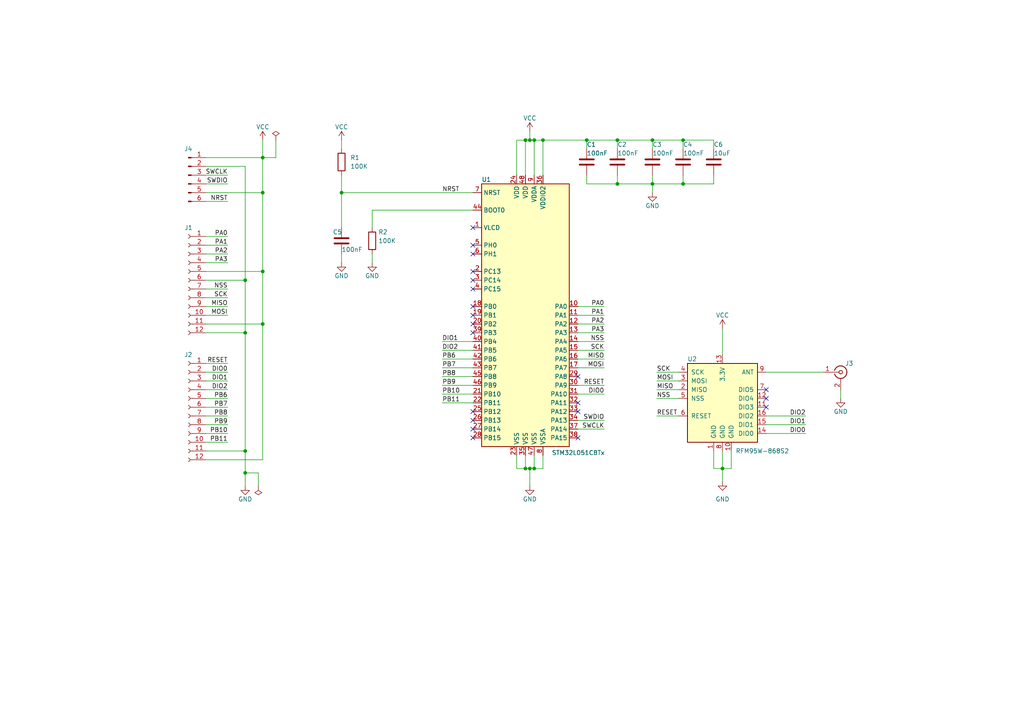
<source format=kicad_sch>
(kicad_sch (version 20230121) (generator eeschema)
  (paper "A4")
  (lib_symbols
    (symbol "Connector:Conn_01x06_Pin" (pin_names (offset 1.016) hide)
      (property "Reference" "J" (at 0 7.62 0))
      (property "Value" "Conn_01x06_Pin" (at 0 -10.16 0))
      (symbol "Conn_01x06_Pin_1_1"
        (polyline (pts (xy 1.27 -7.62) (xy 0.8636 -7.62)) (stroke (width 0.1524)))
        (polyline (pts (xy 1.27 -5.08) (xy 0.8636 -5.08)) (stroke (width 0.1524)))
        (polyline (pts (xy 1.27 -2.54) (xy 0.8636 -2.54)) (stroke (width 0.1524)))
        (polyline (pts (xy 1.27 0) (xy 0.8636 0)) (stroke (width 0.1524)))
        (polyline (pts (xy 1.27 2.54) (xy 0.8636 2.54)) (stroke (width 0.1524)))
        (polyline (pts (xy 1.27 5.08) (xy 0.8636 5.08)) (stroke (width 0.1524)))
        (rectangle (start 0.8636 -7.493) (end 0 -7.747) (stroke (width 0.1524)) (fill (type outline)))
        (rectangle (start 0.8636 -4.953) (end 0 -5.207) (stroke (width 0.1524)) (fill (type outline)))
        (rectangle (start 0.8636 -2.413) (end 0 -2.667) (stroke (width 0.1524)) (fill (type outline)))
        (rectangle (start 0.8636 0.127) (end 0 -0.127) (stroke (width 0.1524)) (fill (type outline)))
        (rectangle (start 0.8636 2.667) (end 0 2.413) (stroke (width 0.1524)) (fill (type outline)))
        (rectangle (start 0.8636 5.207) (end 0 4.953) (stroke (width 0.1524)) (fill (type outline)))
        (pin passive line (at 5.08 5.08 180) (length 3.81) (name "Pin_1") (number "1"))
        (pin passive line (at 5.08 2.54 180) (length 3.81) (name "Pin_2") (number "2"))
        (pin passive line (at 5.08 0 180) (length 3.81) (name "Pin_3") (number "3"))
        (pin passive line (at 5.08 -2.54 180) (length 3.81) (name "Pin_4") (number "4"))
        (pin passive line (at 5.08 -5.08 180) (length 3.81) (name "Pin_5") (number "5"))
        (pin passive line (at 5.08 -7.62 180) (length 3.81) (name "Pin_6") (number "6"))
      )
    )
    (symbol "Connector:Conn_01x12_Socket" (pin_names (offset 1.016) hide)
      (property "Reference" "J" (at 0 15.24 0))
      (property "Value" "Conn_01x12_Socket" (at 0 -17.78 0))
      (symbol "Conn_01x12_Socket_1_1"
        (arc (start 0 -14.732) (mid -0.5058 -15.24) (end 0 -15.748) (stroke (width 0.1524)))
        (arc (start 0 -12.192) (mid -0.5058 -12.7) (end 0 -13.208) (stroke (width 0.1524)))
        (arc (start 0 -9.652) (mid -0.5058 -10.16) (end 0 -10.668) (stroke (width 0.1524)))
        (arc (start 0 -7.112) (mid -0.5058 -7.62) (end 0 -8.128) (stroke (width 0.1524)))
        (arc (start 0 -4.572) (mid -0.5058 -5.08) (end 0 -5.588) (stroke (width 0.1524)))
        (arc (start 0 -2.032) (mid -0.5058 -2.54) (end 0 -3.048) (stroke (width 0.1524)))
        (polyline (pts (xy -1.27 -15.24) (xy -0.508 -15.24)) (stroke (width 0.1524)))
        (polyline (pts (xy -1.27 -12.7) (xy -0.508 -12.7)) (stroke (width 0.1524)))
        (polyline (pts (xy -1.27 -10.16) (xy -0.508 -10.16)) (stroke (width 0.1524)))
        (polyline (pts (xy -1.27 -7.62) (xy -0.508 -7.62)) (stroke (width 0.1524)))
        (polyline (pts (xy -1.27 -5.08) (xy -0.508 -5.08)) (stroke (width 0.1524)))
        (polyline (pts (xy -1.27 -2.54) (xy -0.508 -2.54)) (stroke (width 0.1524)))
        (polyline (pts (xy -1.27 0) (xy -0.508 0)) (stroke (width 0.1524)))
        (polyline (pts (xy -1.27 2.54) (xy -0.508 2.54)) (stroke (width 0.1524)))
        (polyline (pts (xy -1.27 5.08) (xy -0.508 5.08)) (stroke (width 0.1524)))
        (polyline (pts (xy -1.27 7.62) (xy -0.508 7.62)) (stroke (width 0.1524)))
        (polyline (pts (xy -1.27 10.16) (xy -0.508 10.16)) (stroke (width 0.1524)))
        (polyline (pts (xy -1.27 12.7) (xy -0.508 12.7)) (stroke (width 0.1524)))
        (arc (start 0 0.508) (mid -0.5058 0) (end 0 -0.508) (stroke (width 0.1524)))
        (arc (start 0 3.048) (mid -0.5058 2.54) (end 0 2.032) (stroke (width 0.1524)))
        (arc (start 0 5.588) (mid -0.5058 5.08) (end 0 4.572) (stroke (width 0.1524)))
        (arc (start 0 8.128) (mid -0.5058 7.62) (end 0 7.112) (stroke (width 0.1524)))
        (arc (start 0 10.668) (mid -0.5058 10.16) (end 0 9.652) (stroke (width 0.1524)))
        (arc (start 0 13.208) (mid -0.5058 12.7) (end 0 12.192) (stroke (width 0.1524)))
        (pin passive line (at -5.08 12.7 0) (length 3.81) (name "Pin_1") (number "1"))
        (pin passive line (at -5.08 -10.16 0) (length 3.81) (name "Pin_10") (number "10"))
        (pin passive line (at -5.08 -12.7 0) (length 3.81) (name "Pin_11") (number "11"))
        (pin passive line (at -5.08 -15.24 0) (length 3.81) (name "Pin_12") (number "12"))
        (pin passive line (at -5.08 10.16 0) (length 3.81) (name "Pin_2") (number "2"))
        (pin passive line (at -5.08 7.62 0) (length 3.81) (name "Pin_3") (number "3"))
        (pin passive line (at -5.08 5.08 0) (length 3.81) (name "Pin_4") (number "4"))
        (pin passive line (at -5.08 2.54 0) (length 3.81) (name "Pin_5") (number "5"))
        (pin passive line (at -5.08 0 0) (length 3.81) (name "Pin_6") (number "6"))
        (pin passive line (at -5.08 -2.54 0) (length 3.81) (name "Pin_7") (number "7"))
        (pin passive line (at -5.08 -5.08 0) (length 3.81) (name "Pin_8") (number "8"))
        (pin passive line (at -5.08 -7.62 0) (length 3.81) (name "Pin_9") (number "9"))
      )
    )
    (symbol "Connector:Conn_Coaxial" (pin_names (offset 1.016) hide)
      (property "Reference" "J" (at 0.254 3.048 0))
      (property "Value" "Conn_Coaxial" (at 2.921 0 90))
      (symbol "Conn_Coaxial_0_1"
        (arc (start -1.778 -0.508) (mid 0.2311 -1.8066) (end 1.778 0) (stroke (width 0.254)))
        (polyline (pts (xy -2.54 0) (xy -0.508 0)))
        (polyline (pts (xy 0 -2.54) (xy 0 -1.778)))
        (circle (center 0 0) (radius 0.508) (stroke (width 0.2032)))
        (arc (start 1.778 0) (mid 0.2099 1.8101) (end -1.778 0.508) (stroke (width 0.254)))
      )
      (symbol "Conn_Coaxial_1_1"
        (pin passive line (at -5.08 0 0) (length 2.54) (name "In") (number "1"))
        (pin passive line (at 0 -5.08 90) (length 2.54) (name "Ext") (number "2"))
      )
    )
    (symbol "Device:C" (pin_numbers hide) (pin_names (offset 0.254))
      (property "Reference" "C" (at 0.635 2.54 0))
      (property "Value" "C" (at 0.635 -2.54 0))
      (symbol "C_0_1"
        (polyline (pts (xy -2.032 -0.762) (xy 2.032 -0.762)) (stroke (width 0.508)))
        (polyline (pts (xy -2.032 0.762) (xy 2.032 0.762)) (stroke (width 0.508)))
      )
      (symbol "C_1_1"
        (pin passive line (at 0 3.81 270) (length 2.794) (name "~") (number "1"))
        (pin passive line (at 0 -3.81 90) (length 2.794) (name "~") (number "2"))
      )
    )
    (symbol "Device:R" (pin_numbers hide) (pin_names (offset 0))
      (property "Reference" "R" (at 2.032 0 90))
      (property "Value" "R" (at 0 0 90))
      (symbol "R_0_1"
        (rectangle (start -1.016 -2.54) (end 1.016 2.54) (stroke (width 0.254)))
      )
      (symbol "R_1_1"
        (pin passive line (at 0 3.81 270) (length 1.27) (name "~") (number "1"))
        (pin passive line (at 0 -3.81 90) (length 1.27) (name "~") (number "2"))
      )
    )
    (symbol "MCU_ST_STM32L0:STM32L051C8Tx"
      (property "Reference" "U" (at -12.7 39.37 0))
      (property "Value" "STM32L051C8Tx" (at 7.62 39.37 0))
      (symbol "STM32L051C8Tx_0_1"
        (rectangle (start -12.7 -38.1) (end 12.7 38.1) (stroke (width 0.254)) (fill (type background)))
      )
      (symbol "STM32L051C8Tx_1_1"
        (pin power_in line (at -15.24 25.4 0) (length 2.54) (name "VLCD") (number "1"))
        (pin bidirectional line (at 15.24 2.54 180) (length 2.54) (name "PA0") (number "10"))
        (pin bidirectional line (at 15.24 0 180) (length 2.54) (name "PA1") (number "11"))
        (pin bidirectional line (at 15.24 -2.54 180) (length 2.54) (name "PA2") (number "12"))
        (pin bidirectional line (at 15.24 -5.08 180) (length 2.54) (name "PA3") (number "13"))
        (pin bidirectional line (at 15.24 -7.62 180) (length 2.54) (name "PA4") (number "14"))
        (pin bidirectional line (at 15.24 -10.16 180) (length 2.54) (name "PA5") (number "15"))
        (pin bidirectional line (at 15.24 -12.7 180) (length 2.54) (name "PA6") (number "16"))
        (pin bidirectional line (at 15.24 -15.24 180) (length 2.54) (name "PA7") (number "17"))
        (pin bidirectional line (at -15.24 2.54 0) (length 2.54) (name "PB0") (number "18"))
        (pin bidirectional line (at -15.24 0 0) (length 2.54) (name "PB1") (number "19"))
        (pin bidirectional line (at -15.24 12.7 0) (length 2.54) (name "PC13") (number "2"))
        (pin bidirectional line (at -15.24 -2.54 0) (length 2.54) (name "PB2") (number "20"))
        (pin bidirectional line (at -15.24 -22.86 0) (length 2.54) (name "PB10") (number "21"))
        (pin bidirectional line (at -15.24 -25.4 0) (length 2.54) (name "PB11") (number "22"))
        (pin power_in line (at -2.54 -40.64 90) (length 2.54) (name "VSS") (number "23"))
        (pin power_in line (at -2.54 40.64 270) (length 2.54) (name "VDD") (number "24"))
        (pin bidirectional line (at -15.24 -27.94 0) (length 2.54) (name "PB12") (number "25"))
        (pin bidirectional line (at -15.24 -30.48 0) (length 2.54) (name "PB13") (number "26"))
        (pin bidirectional line (at -15.24 -33.02 0) (length 2.54) (name "PB14") (number "27"))
        (pin bidirectional line (at -15.24 -35.56 0) (length 2.54) (name "PB15") (number "28"))
        (pin bidirectional line (at 15.24 -17.78 180) (length 2.54) (name "PA8") (number "29"))
        (pin bidirectional line (at -15.24 10.16 0) (length 2.54) (name "PC14") (number "3"))
        (pin bidirectional line (at 15.24 -20.32 180) (length 2.54) (name "PA9") (number "30"))
        (pin bidirectional line (at 15.24 -22.86 180) (length 2.54) (name "PA10") (number "31"))
        (pin bidirectional line (at 15.24 -25.4 180) (length 2.54) (name "PA11") (number "32"))
        (pin bidirectional line (at 15.24 -27.94 180) (length 2.54) (name "PA12") (number "33"))
        (pin bidirectional line (at 15.24 -30.48 180) (length 2.54) (name "PA13") (number "34"))
        (pin power_in line (at 0 -40.64 90) (length 2.54) (name "VSS") (number "35"))
        (pin power_in line (at 5.08 40.64 270) (length 2.54) (name "VDDIO2") (number "36"))
        (pin bidirectional line (at 15.24 -33.02 180) (length 2.54) (name "PA14") (number "37"))
        (pin bidirectional line (at 15.24 -35.56 180) (length 2.54) (name "PA15") (number "38"))
        (pin bidirectional line (at -15.24 -5.08 0) (length 2.54) (name "PB3") (number "39"))
        (pin bidirectional line (at -15.24 7.62 0) (length 2.54) (name "PC15") (number "4"))
        (pin bidirectional line (at -15.24 -7.62 0) (length 2.54) (name "PB4") (number "40"))
        (pin bidirectional line (at -15.24 -10.16 0) (length 2.54) (name "PB5") (number "41"))
        (pin bidirectional line (at -15.24 -12.7 0) (length 2.54) (name "PB6") (number "42"))
        (pin bidirectional line (at -15.24 -15.24 0) (length 2.54) (name "PB7") (number "43"))
        (pin input line (at -15.24 30.48 0) (length 2.54) (name "BOOT0") (number "44"))
        (pin bidirectional line (at -15.24 -17.78 0) (length 2.54) (name "PB8") (number "45"))
        (pin bidirectional line (at -15.24 -20.32 0) (length 2.54) (name "PB9") (number "46"))
        (pin power_in line (at 2.54 -40.64 90) (length 2.54) (name "VSS") (number "47"))
        (pin power_in line (at 0 40.64 270) (length 2.54) (name "VDD") (number "48"))
        (pin input line (at -15.24 20.32 0) (length 2.54) (name "PH0") (number "5"))
        (pin input line (at -15.24 17.78 0) (length 2.54) (name "PH1") (number "6"))
        (pin input line (at -15.24 35.56 0) (length 2.54) (name "NRST") (number "7"))
        (pin power_in line (at 5.08 -40.64 90) (length 2.54) (name "VSSA") (number "8"))
        (pin power_in line (at 2.54 40.64 270) (length 2.54) (name "VDDA") (number "9"))
      )
    )
    (symbol "RF_Module:RFM95W-868S2" (pin_names (offset 1.016))
      (property "Reference" "U" (at -10.414 11.684 0))
      (property "Value" "RFM95W-868S2" (at 1.524 11.43 0))
      (symbol "RFM95W-868S2_0_1"
        (rectangle (start -10.16 10.16) (end 10.16 -12.7) (stroke (width 0.254)) (fill (type background)))
      )
      (symbol "RFM95W-868S2_1_1"
        (pin power_in line (at -2.54 -15.24 90) (length 2.54) (name "GND") (number "1"))
        (pin power_in line (at 2.54 -15.24 90) (length 2.54) (name "GND") (number "10"))
        (pin bidirectional line (at 12.7 -2.54 180) (length 2.54) (name "DIO3") (number "11"))
        (pin bidirectional line (at 12.7 0 180) (length 2.54) (name "DIO4") (number "12"))
        (pin power_in line (at 0 12.7 270) (length 2.54) (name "3.3V") (number "13"))
        (pin bidirectional line (at 12.7 -10.16 180) (length 2.54) (name "DIO0") (number "14"))
        (pin bidirectional line (at 12.7 -7.62 180) (length 2.54) (name "DIO1") (number "15"))
        (pin bidirectional line (at 12.7 -5.08 180) (length 2.54) (name "DIO2") (number "16"))
        (pin output line (at -12.7 2.54 0) (length 2.54) (name "MISO") (number "2"))
        (pin input line (at -12.7 5.08 0) (length 2.54) (name "MOSI") (number "3"))
        (pin input line (at -12.7 7.62 0) (length 2.54) (name "SCK") (number "4"))
        (pin input line (at -12.7 0 0) (length 2.54) (name "NSS") (number "5"))
        (pin bidirectional line (at -12.7 -5.08 0) (length 2.54) (name "RESET") (number "6"))
        (pin bidirectional line (at 12.7 2.54 180) (length 2.54) (name "DIO5") (number "7"))
        (pin power_in line (at 0 -15.24 90) (length 2.54) (name "GND") (number "8"))
        (pin bidirectional line (at 12.7 7.62 180) (length 2.54) (name "ANT") (number "9"))
      )
    )
    (symbol "power:GND" (power) (pin_names (offset 0))
      (property "Value" "GND" (at 0 -3.81 0))
      (symbol "GND_0_1"
        (polyline (pts (xy 0 0) (xy 0 -1.27) (xy 1.27 -1.27) (xy 0 -2.54) (xy -1.27 -1.27) (xy 0 -1.27)))
      )
      (symbol "GND_1_1"
        (pin power_in line (at 0 0 270) (length 0) hide (name "GND") (number "1"))
      )
    )
    (symbol "power:PWR_FLAG" (power) (pin_numbers hide) (pin_names (offset 0) hide)
      (property "Value" "PWR_FLAG" (at 0 3.81 0))
      (symbol "PWR_FLAG_0_0"
        (pin power_out line (at 0 0 90) (length 0) (name "pwr") (number "1"))
      )
      (symbol "PWR_FLAG_0_1"
        (polyline (pts (xy 0 0) (xy 0 1.27) (xy -1.016 1.905) (xy 0 2.54) (xy 1.016 1.905) (xy 0 1.27)))
      )
    )
    (symbol "power:VCC" (power) (pin_names (offset 0))
      (property "Value" "VCC" (at 0 3.81 0))
      (symbol "VCC_0_1"
        (polyline (pts (xy -0.762 1.27) (xy 0 2.54)))
        (polyline (pts (xy 0 0) (xy 0 2.54)))
        (polyline (pts (xy 0 2.54) (xy 0.762 1.27)))
      )
      (symbol "VCC_1_1"
        (pin power_in line (at 0 0 90) (length 0) hide (name "VCC") (number "1"))
      )
    )
  )
  (junction (at 179.07 40.64))
  (junction (at 76.2 55.88))
  (junction (at 209.55 135.89))
  (junction (at 157.48 40.64))
  (junction (at 152.4 40.64))
  (junction (at 71.12 96.52))
  (junction (at 189.23 40.64))
  (junction (at 198.12 53.34))
  (junction (at 71.12 81.28))
  (junction (at 76.2 45.72))
  (junction (at 152.4 135.89))
  (junction (at 76.2 93.98))
  (junction (at 189.23 53.34))
  (junction (at 99.06 55.88))
  (junction (at 179.07 53.34))
  (junction (at 76.2 78.74))
  (junction (at 154.94 135.89))
  (junction (at 71.12 130.81))
  (junction (at 71.12 137.16))
  (junction (at 170.18 40.64))
  (junction (at 198.12 40.64))
  (junction (at 153.67 40.64))
  (junction (at 153.67 135.89))
  (junction (at 154.94 40.64))
  (no_connect (at 137.16 121.92))
  (no_connect (at 137.16 119.38))
  (no_connect (at 167.64 116.84))
  (no_connect (at 137.16 91.44))
  (no_connect (at 167.64 109.22))
  (no_connect (at 222.25 118.11))
  (no_connect (at 167.64 119.38))
  (no_connect (at 137.16 96.52))
  (no_connect (at 137.16 78.74))
  (no_connect (at 222.25 113.03))
  (no_connect (at 222.25 115.57))
  (no_connect (at 137.16 88.9))
  (no_connect (at 137.16 71.12))
  (no_connect (at 137.16 124.46))
  (no_connect (at 137.16 66.04))
  (no_connect (at 137.16 93.98))
  (no_connect (at 137.16 83.82))
  (no_connect (at 167.64 127))
  (no_connect (at 137.16 127))
  (no_connect (at 137.16 81.28))
  (no_connect (at 137.16 73.66))
  (wire (pts (xy 179.07 50.8) (xy 179.07 53.34)))
  (wire (pts (xy 153.67 40.64) (xy 154.94 40.64)))
  (wire (pts (xy 128.27 114.3) (xy 137.16 114.3)))
  (wire (pts (xy 154.94 135.89) (xy 153.67 135.89)))
  (wire (pts (xy 149.86 135.89) (xy 152.4 135.89)))
  (wire (pts (xy 157.48 132.08) (xy 157.48 135.89)))
  (wire (pts (xy 59.69 45.72) (xy 76.2 45.72)))
  (wire (pts (xy 128.27 109.22) (xy 137.16 109.22)))
  (wire (pts (xy 59.69 105.41) (xy 66.04 105.41)))
  (wire (pts (xy 170.18 40.64) (xy 179.07 40.64)))
  (wire (pts (xy 212.09 130.81) (xy 212.09 135.89)))
  (wire (pts (xy 59.69 130.81) (xy 71.12 130.81)))
  (wire (pts (xy 152.4 40.64) (xy 152.4 50.8)))
  (wire (pts (xy 175.26 106.68) (xy 167.64 106.68)))
  (wire (pts (xy 128.27 101.6) (xy 137.16 101.6)))
  (wire (pts (xy 71.12 130.81) (xy 71.12 137.16)))
  (wire (pts (xy 152.4 40.64) (xy 153.67 40.64)))
  (wire (pts (xy 167.64 96.52) (xy 175.26 96.52)))
  (wire (pts (xy 189.23 53.34) (xy 189.23 55.88)))
  (wire (pts (xy 190.5 107.95) (xy 196.85 107.95)))
  (wire (pts (xy 167.64 88.9) (xy 175.26 88.9)))
  (wire (pts (xy 80.01 45.72) (xy 76.2 45.72)))
  (wire (pts (xy 71.12 48.26) (xy 71.12 81.28)))
  (wire (pts (xy 209.55 135.89) (xy 209.55 139.7)))
  (wire (pts (xy 222.25 125.73) (xy 233.68 125.73)))
  (wire (pts (xy 157.48 135.89) (xy 154.94 135.89)))
  (wire (pts (xy 76.2 133.35) (xy 76.2 93.98)))
  (wire (pts (xy 243.84 113.03) (xy 243.84 115.57)))
  (wire (pts (xy 59.69 73.66) (xy 66.04 73.66)))
  (wire (pts (xy 74.93 140.97) (xy 74.93 137.16)))
  (wire (pts (xy 209.55 95.25) (xy 209.55 102.87)))
  (wire (pts (xy 167.64 93.98) (xy 175.26 93.98)))
  (wire (pts (xy 154.94 40.64) (xy 157.48 40.64)))
  (wire (pts (xy 59.69 113.03) (xy 66.04 113.03)))
  (wire (pts (xy 167.64 101.6) (xy 175.26 101.6)))
  (wire (pts (xy 59.69 88.9) (xy 66.04 88.9)))
  (wire (pts (xy 99.06 40.64) (xy 99.06 43.18)))
  (wire (pts (xy 59.69 128.27) (xy 66.04 128.27)))
  (wire (pts (xy 128.27 111.76) (xy 137.16 111.76)))
  (wire (pts (xy 107.95 60.96) (xy 137.16 60.96)))
  (wire (pts (xy 76.2 93.98) (xy 76.2 78.74)))
  (wire (pts (xy 71.12 81.28) (xy 71.12 96.52)))
  (wire (pts (xy 167.64 91.44) (xy 175.26 91.44)))
  (wire (pts (xy 198.12 53.34) (xy 189.23 53.34)))
  (wire (pts (xy 189.23 43.18) (xy 189.23 40.64)))
  (wire (pts (xy 71.12 137.16) (xy 71.12 140.97)))
  (wire (pts (xy 207.01 135.89) (xy 209.55 135.89)))
  (wire (pts (xy 59.69 115.57) (xy 66.04 115.57)))
  (wire (pts (xy 154.94 132.08) (xy 154.94 135.89)))
  (wire (pts (xy 207.01 43.18) (xy 207.01 40.64)))
  (wire (pts (xy 198.12 43.18) (xy 198.12 40.64)))
  (wire (pts (xy 157.48 40.64) (xy 170.18 40.64)))
  (wire (pts (xy 59.69 118.11) (xy 66.04 118.11)))
  (wire (pts (xy 59.69 53.34) (xy 66.04 53.34)))
  (wire (pts (xy 222.25 120.65) (xy 233.68 120.65)))
  (wire (pts (xy 59.69 125.73) (xy 66.04 125.73)))
  (wire (pts (xy 59.69 107.95) (xy 66.04 107.95)))
  (wire (pts (xy 153.67 38.1) (xy 153.67 40.64)))
  (wire (pts (xy 107.95 60.96) (xy 107.95 66.04)))
  (wire (pts (xy 59.69 55.88) (xy 76.2 55.88)))
  (wire (pts (xy 152.4 132.08) (xy 152.4 135.89)))
  (wire (pts (xy 179.07 43.18) (xy 179.07 40.64)))
  (wire (pts (xy 207.01 40.64) (xy 198.12 40.64)))
  (wire (pts (xy 207.01 130.81) (xy 207.01 135.89)))
  (wire (pts (xy 99.06 55.88) (xy 137.16 55.88)))
  (wire (pts (xy 207.01 50.8) (xy 207.01 53.34)))
  (wire (pts (xy 154.94 40.64) (xy 154.94 50.8)))
  (wire (pts (xy 59.69 50.8) (xy 66.04 50.8)))
  (wire (pts (xy 128.27 106.68) (xy 137.16 106.68)))
  (wire (pts (xy 59.69 110.49) (xy 66.04 110.49)))
  (wire (pts (xy 179.07 40.64) (xy 189.23 40.64)))
  (wire (pts (xy 59.69 86.36) (xy 66.04 86.36)))
  (wire (pts (xy 167.64 114.3) (xy 175.26 114.3)))
  (wire (pts (xy 59.69 48.26) (xy 71.12 48.26)))
  (wire (pts (xy 222.25 107.95) (xy 238.76 107.95)))
  (wire (pts (xy 80.01 40.64) (xy 80.01 45.72)))
  (wire (pts (xy 167.64 111.76) (xy 175.26 111.76)))
  (wire (pts (xy 71.12 96.52) (xy 71.12 130.81)))
  (wire (pts (xy 59.69 76.2) (xy 66.04 76.2)))
  (wire (pts (xy 198.12 40.64) (xy 189.23 40.64)))
  (wire (pts (xy 167.64 99.06) (xy 175.26 99.06)))
  (wire (pts (xy 59.69 120.65) (xy 66.04 120.65)))
  (wire (pts (xy 149.86 132.08) (xy 149.86 135.89)))
  (wire (pts (xy 99.06 66.04) (xy 99.06 55.88)))
  (wire (pts (xy 167.64 104.14) (xy 175.26 104.14)))
  (wire (pts (xy 179.07 53.34) (xy 189.23 53.34)))
  (wire (pts (xy 76.2 55.88) (xy 76.2 78.74)))
  (wire (pts (xy 207.01 53.34) (xy 198.12 53.34)))
  (wire (pts (xy 222.25 123.19) (xy 233.68 123.19)))
  (wire (pts (xy 212.09 135.89) (xy 209.55 135.89)))
  (wire (pts (xy 128.27 116.84) (xy 137.16 116.84)))
  (wire (pts (xy 76.2 45.72) (xy 76.2 55.88)))
  (wire (pts (xy 190.5 120.65) (xy 196.85 120.65)))
  (wire (pts (xy 59.69 68.58) (xy 66.04 68.58)))
  (wire (pts (xy 149.86 40.64) (xy 152.4 40.64)))
  (wire (pts (xy 59.69 81.28) (xy 71.12 81.28)))
  (wire (pts (xy 59.69 93.98) (xy 76.2 93.98)))
  (wire (pts (xy 128.27 104.14) (xy 137.16 104.14)))
  (wire (pts (xy 59.69 83.82) (xy 66.04 83.82)))
  (wire (pts (xy 149.86 40.64) (xy 149.86 50.8)))
  (wire (pts (xy 153.67 135.89) (xy 153.67 140.97)))
  (wire (pts (xy 157.48 40.64) (xy 157.48 50.8)))
  (wire (pts (xy 170.18 40.64) (xy 170.18 43.18)))
  (wire (pts (xy 59.69 58.42) (xy 66.04 58.42)))
  (wire (pts (xy 59.69 123.19) (xy 66.04 123.19)))
  (wire (pts (xy 59.69 91.44) (xy 66.04 91.44)))
  (wire (pts (xy 76.2 40.64) (xy 76.2 45.72)))
  (wire (pts (xy 59.69 96.52) (xy 71.12 96.52)))
  (wire (pts (xy 107.95 73.66) (xy 107.95 76.2)))
  (wire (pts (xy 59.69 133.35) (xy 76.2 133.35)))
  (wire (pts (xy 209.55 130.81) (xy 209.55 135.89)))
  (wire (pts (xy 196.85 110.49) (xy 190.5 110.49)))
  (wire (pts (xy 167.64 121.92) (xy 175.26 121.92)))
  (wire (pts (xy 170.18 50.8) (xy 170.18 53.34)))
  (wire (pts (xy 196.85 115.57) (xy 190.5 115.57)))
  (wire (pts (xy 167.64 124.46) (xy 175.26 124.46)))
  (wire (pts (xy 189.23 50.8) (xy 189.23 53.34)))
  (wire (pts (xy 99.06 73.66) (xy 99.06 76.2)))
  (wire (pts (xy 59.69 71.12) (xy 66.04 71.12)))
  (wire (pts (xy 170.18 53.34) (xy 179.07 53.34)))
  (wire (pts (xy 128.27 99.06) (xy 137.16 99.06)))
  (wire (pts (xy 74.93 137.16) (xy 71.12 137.16)))
  (wire (pts (xy 190.5 113.03) (xy 196.85 113.03)))
  (wire (pts (xy 99.06 50.8) (xy 99.06 55.88)))
  (wire (pts (xy 152.4 135.89) (xy 153.67 135.89)))
  (wire (pts (xy 59.69 78.74) (xy 76.2 78.74)))
  (wire (pts (xy 198.12 50.8) (xy 198.12 53.34)))
  (label "SWDIO" (at 175.26 121.92 180))
  (label "PB9" (at 66.04 123.19 180))
  (label "SCK" (at 66.04 86.36 180))
  (label "PB6" (at 128.27 104.14 0))
  (label "RESET" (at 190.5 120.65 0))
  (label "SCK" (at 175.26 101.6 180))
  (label "RESET" (at 66.04 105.41 180))
  (label "PA3" (at 66.04 76.2 180))
  (label "SWDIO" (at 66.04 53.34 180))
  (label "PB7" (at 66.04 118.11 180))
  (label "DIO1" (at 128.27 99.06 0))
  (label "PA2" (at 175.26 93.98 180))
  (label "PA0" (at 66.04 68.58 180))
  (label "DIO0" (at 175.26 114.3 180))
  (label "PA3" (at 175.26 96.52 180))
  (label "DIO0" (at 66.04 107.95 180))
  (label "NRST" (at 128.27 55.88 0))
  (label "DIO1" (at 233.68 123.19 180))
  (label "PB7" (at 128.27 106.68 0))
  (label "SCK" (at 190.5 107.95 0))
  (label "MISO" (at 190.5 113.03 0))
  (label "DIO2" (at 128.27 101.6 0))
  (label "PA1" (at 66.04 71.12 180))
  (label "DIO2" (at 233.68 120.65 180))
  (label "PB9" (at 128.27 111.76 0))
  (label "PB11" (at 66.04 128.27 180))
  (label "MISO" (at 175.26 104.14 180))
  (label "NRST" (at 66.04 58.42 180))
  (label "NSS" (at 190.5 115.57 0))
  (label "MOSI" (at 66.04 91.44 180))
  (label "MOSI" (at 190.5 110.49 0))
  (label "RESET" (at 175.26 111.76 180))
  (label "PA2" (at 66.04 73.66 180))
  (label "PB10" (at 66.04 125.73 180))
  (label "MOSI" (at 175.26 106.68 180))
  (label "MISO" (at 66.04 88.9 180))
  (label "PB10" (at 128.27 114.3 0))
  (label "PB8" (at 66.04 120.65 180))
  (label "PB6" (at 66.04 115.57 180))
  (label "PA1" (at 175.26 91.44 180))
  (label "DIO0" (at 233.68 125.73 180))
  (label "NSS" (at 66.04 83.82 180))
  (label "DIO1" (at 66.04 110.49 180))
  (label "PA0" (at 175.26 88.9 180))
  (label "PB8" (at 128.27 109.22 0))
  (label "NSS" (at 175.26 99.06 180))
  (label "SWCLK" (at 66.04 50.8 180))
  (label "SWCLK" (at 175.26 124.46 180))
  (label "PB11" (at 128.27 116.84 0))
  (label "DIO2" (at 66.04 113.03 180))
  (symbol (lib_id "Connector:Conn_01x12_Socket") (at 54.61 81.28 0) (mirror y) (unit 1)
    (property "Reference" "J1" (at 55.88 66.04 0) (effects (justify left)))
    (property "Value" "Conn_01x12_Female" (effects hide))
    (property "Footprint" "Connector_PinSocket_2.54mm:PinSocket_1x12_P2.54mm_Vertical" (effects hide))
  )
  (symbol (lib_id "power:GND") (at 71.12 140.97 0) (unit 1)
    (property "Reference" "#PWR07" (effects hide))
    (property "Value" "GND" (at 71.12 144.78 0))
  )
  (symbol (lib_id "RF_Module:RFM95W-868S2") (at 209.55 115.57 0) (unit 1)
    (property "Reference" "U2" (at 199.39 104.14 0) (effects (justify left)))
    (property "Value" "RFM95W-868S2" (at 213.36 130.81 0) (effects (justify left)))
    (property "Footprint" "RF_Module:HOPERF_RFM9XW_SMD" (effects hide))
    (property "Datasheet" "https://www.hoperf.com/data/upload/portal/20181127/5bfcbea20e9ef.pdf" (effects hide))
  )
  (symbol (lib_id "Device:C") (at 189.23 46.99 0) (unit 1)
    (property "Reference" "C3" (at 189.23 41.91 0) (effects (justify left)))
    (property "Value" "100nF" (at 189.23 44.45 0) (effects (justify left)))
    (property "Footprint" "Capacitor_SMD:C_0603_1608Metric" (effects hide))
  )
  (symbol (lib_id "power:GND") (at 209.55 139.7 0) (unit 1)
    (property "Reference" "#PWR05" (effects hide))
    (property "Value" "GND" (at 209.55 144.78 0))
  )
  (symbol (lib_id "Device:R") (at 107.95 69.85 0) (unit 1)
    (property "Reference" "R2" (at 109.728 67.31 0) (effects (justify left)))
    (property "Value" "100K" (at 109.728 69.85 0) (effects (justify left)))
    (property "Footprint" "Resistor_SMD:R_0603_1608Metric" (effects hide))
  )
  (symbol (lib_id "power:VCC") (at 153.67 38.1 0) (unit 1)
    (property "Reference" "#PWR09" (effects hide))
    (property "Value" "VCC" (at 153.67 34.29 0))
  )
  (symbol (lib_id "power:VCC") (at 99.06 40.64 0) (unit 1)
    (property "Reference" "#PWR01" (effects hide))
    (property "Value" "VCC" (at 99.06 36.83 0))
  )
  (symbol (lib_id "Connector:Conn_Coaxial") (at 243.84 107.95 0) (unit 1)
    (property "Reference" "J3" (at 245.11 105.41 0) (effects (justify left)))
    (property "Value" "Conn_Coaxial" (effects hide))
    (property "Footprint" "Connector_Coaxial:SMA_Molex_73251-1153_EdgeMount_Horizontal" (effects hide))
    (property "Datasheet" " ~" (effects hide))
  )
  (symbol (lib_id "power:GND") (at 189.23 55.88 0) (unit 1)
    (property "Reference" "#PWR0103" (effects hide))
    (property "Value" "GND" (at 189.23 59.69 0))
  )
  (symbol (lib_id "MCU_ST_STM32L0:STM32L051C8Tx") (at 152.4 91.44 0) (unit 1)
    (property "Reference" "U1" (at 139.7 52.07 0) (effects (justify left)))
    (property "Value" "STM32L051C8Tx" (at 160.02 131.318 0) (effects (justify left)))
    (property "Footprint" "Package_QFP:LQFP-48_7x7mm_P0.5mm" (effects hide))
    (property "Datasheet" "http://www.st.com/st-web-ui/static/active/en/resource/technical/document/datasheet/DM00108219.pdf" (effects hide))
  )
  (symbol (lib_id "Device:C") (at 99.06 69.85 0) (unit 1)
    (property "Reference" "C5" (at 96.52 67.31 0) (effects (justify left)))
    (property "Value" "100nF" (at 99.06 72.39 0) (effects (justify left)))
    (property "Footprint" "Capacitor_SMD:C_0603_1608Metric" (effects hide))
  )
  (symbol (lib_id "power:GND") (at 153.67 140.97 0) (unit 1)
    (property "Reference" "#PWR0102" (effects hide))
    (property "Value" "GND" (at 153.67 144.78 0))
  )
  (symbol (lib_id "Device:C") (at 179.07 46.99 0) (unit 1)
    (property "Reference" "C2" (at 179.07 41.91 0) (effects (justify left)))
    (property "Value" "100nF" (at 179.07 44.45 0) (effects (justify left)))
    (property "Footprint" "Capacitor_SMD:C_0603_1608Metric" (effects hide))
  )
  (symbol (lib_id "Device:C") (at 207.01 46.99 0) (unit 1)
    (property "Reference" "C6" (at 207.01 41.91 0) (effects (justify left)))
    (property "Value" "10uF" (at 207.01 44.45 0) (effects (justify left)))
    (property "Footprint" "Capacitor_SMD:C_0805_2012Metric" (effects hide))
  )
  (symbol (lib_id "Device:R") (at 99.06 46.99 0) (unit 1)
    (property "Reference" "R1" (at 101.6 45.7199 0) (effects (justify left)))
    (property "Value" "100K" (at 101.6 48.2599 0) (effects (justify left)))
    (property "Footprint" "Resistor_SMD:R_0603_1608Metric" (effects hide))
  )
  (symbol (lib_id "power:GND") (at 243.84 115.57 0) (unit 1)
    (property "Reference" "#PWR08" (effects hide))
    (property "Value" "GND" (at 243.84 119.38 0))
  )
  (symbol (lib_id "Device:C") (at 198.12 46.99 0) (unit 1)
    (property "Reference" "C4" (at 198.12 41.91 0) (effects (justify left)))
    (property "Value" "100nF" (at 198.12 44.45 0) (effects (justify left)))
    (property "Footprint" "Capacitor_SMD:C_0603_1608Metric" (effects hide))
  )
  (symbol (lib_id "power:GND") (at 107.95 76.2 0) (unit 1)
    (property "Reference" "#PWR03" (effects hide))
    (property "Value" "GND" (at 107.95 80.01 0))
  )
  (symbol (lib_id "power:VCC") (at 76.2 40.64 0) (unit 1)
    (property "Reference" "#PWR06" (effects hide))
    (property "Value" "VCC" (at 76.2 36.83 0))
  )
  (symbol (lib_id "power:PWR_FLAG") (at 80.01 40.64 0) (unit 1)
    (property "Reference" "#FLG01" (effects hide))
    (property "Value" "PWR_FLAG" (effects hide))
  )
  (symbol (lib_id "power:PWR_FLAG") (at 74.93 140.97 180) (unit 1)
    (property "Reference" "#FLG02" (effects hide))
    (property "Value" "PWR_FLAG" (effects hide))
  )
  (symbol (lib_id "power:GND") (at 99.06 76.2 0) (unit 1)
    (property "Reference" "#PWR02" (effects hide))
    (property "Value" "GND" (at 99.06 80.01 0))
  )
  (symbol (lib_id "power:VCC") (at 209.55 95.25 0) (unit 1)
    (property "Reference" "#PWR04" (effects hide))
    (property "Value" "VCC" (at 209.55 91.44 0))
  )
  (symbol (lib_id "Connector:Conn_01x06_Pin") (at 54.61 50.8 0) (unit 1)
    (property "Reference" "J4" (at 54.61 43.18 0))
    (property "Value" "Conn_01x06_Male" (effects hide))
    (property "Footprint" "Connector_PinHeader_2.54mm:PinHeader_1x06_P2.54mm_Horizontal" (effects hide))
  )
  (symbol (lib_id "Connector:Conn_01x12_Socket") (at 54.61 118.11 0) (mirror y) (unit 1)
    (property "Reference" "J2" (at 54.61 102.87 0))
    (property "Value" "Conn_01x12_Female" (effects hide))
    (property "Footprint" "Connector_PinSocket_2.54mm:PinSocket_1x12_P2.54mm_Vertical" (effects hide))
  )
  (symbol (lib_id "Device:C") (at 170.18 46.99 0) (unit 1)
    (property "Reference" "C1" (at 170.18 41.91 0) (effects (justify left)))
    (property "Value" "100nF" (at 170.18 44.45 0) (effects (justify left)))
    (property "Footprint" "Capacitor_SMD:C_0603_1608Metric" (effects hide))
  )
)
</source>
